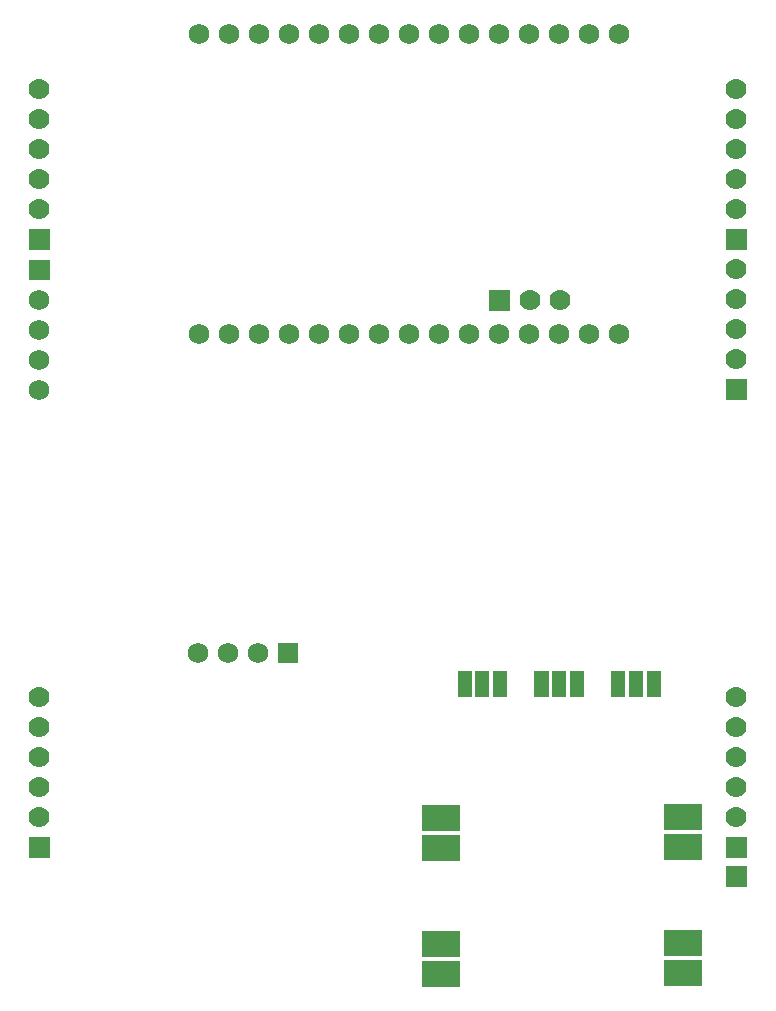
<source format=gbs>
G04 Layer: BottomSolderMaskLayer*
G04 EasyEDA v6.1.48, Wed, 22 May 2019 01:04:44 GMT*
G04 0b5e94fe1834435c81e6262c9c592282,60a67b2131f5436da047494d80ae1115,10*
G04 Gerber Generator version 0.2*
G04 Scale: 100 percent, Rotated: No, Reflected: No *
G04 Dimensions in millimeters *
G04 leading zeros omitted , absolute positions ,3 integer and 3 decimal *
%FSLAX33Y33*%
%MOMM*%
G90*
G71D02*

%ADD34C,1.727200*%
%ADD35C,1.778000*%
%ADD39R,3.203194X2.235200*%

%LPD*%
G36*
G01X73395Y40901D02*
G01X73395Y43104D01*
G01X74599Y43104D01*
G01X74599Y40901D01*
G01X73395Y40901D01*
G37*
G36*
G01X74896Y40901D02*
G01X74896Y43104D01*
G01X76098Y43104D01*
G01X76098Y40901D01*
G01X74896Y40901D01*
G37*
G36*
G01X76395Y40901D02*
G01X76395Y43104D01*
G01X77599Y43104D01*
G01X77599Y40901D01*
G01X76395Y40901D01*
G37*
G36*
G01X79895Y40901D02*
G01X79895Y43104D01*
G01X81099Y43104D01*
G01X81099Y40901D01*
G01X79895Y40901D01*
G37*
G36*
G01X81396Y40901D02*
G01X81396Y43104D01*
G01X82600Y43104D01*
G01X82600Y40901D01*
G01X81396Y40901D01*
G37*
G36*
G01X82895Y40901D02*
G01X82895Y43104D01*
G01X84099Y43104D01*
G01X84099Y40901D01*
G01X82895Y40901D01*
G37*
G36*
G01X86395Y40901D02*
G01X86395Y43104D01*
G01X87599Y43104D01*
G01X87599Y40901D01*
G01X86395Y40901D01*
G37*
G36*
G01X87896Y40901D02*
G01X87896Y43104D01*
G01X89100Y43104D01*
G01X89100Y40901D01*
G01X87896Y40901D01*
G37*
G36*
G01X89397Y40901D02*
G01X89397Y43104D01*
G01X90599Y43104D01*
G01X90599Y40901D01*
G01X89397Y40901D01*
G37*
G54D39*
G01X92499Y17500D03*
G01X92499Y20040D03*
G01X92499Y28168D03*
G01X92499Y30708D03*
G01X72000Y19999D03*
G01X72000Y17459D03*
G01X72000Y28127D03*
G01X72000Y30667D03*
G54D34*
G01X51498Y96997D03*
G01X54040Y97000D03*
G01X56580Y97000D03*
G01X59120Y97000D03*
G01X61660Y97000D03*
G01X64200Y97000D03*
G01X66740Y97000D03*
G01X69280Y97000D03*
G01X71820Y97000D03*
G01X74360Y97000D03*
G01X76900Y97000D03*
G01X79440Y97000D03*
G01X81980Y97000D03*
G01X84520Y97000D03*
G01X87060Y97000D03*
G01X51500Y71600D03*
G01X54040Y71600D03*
G01X56580Y71600D03*
G01X59120Y71600D03*
G01X61660Y71600D03*
G01X64200Y71600D03*
G01X66740Y71600D03*
G01X69280Y71600D03*
G01X71820Y71600D03*
G01X74360Y71600D03*
G01X76900Y71600D03*
G01X79440Y71600D03*
G01X81980Y71600D03*
G01X84520Y71600D03*
G01X87060Y71600D03*
G54D35*
G01X37999Y92350D03*
G01X37999Y89810D03*
G01X37999Y87270D03*
G01X37999Y84730D03*
G01X37999Y82190D03*
G36*
G01X37111Y78760D02*
G01X37111Y80538D01*
G01X38889Y80538D01*
G01X38889Y78760D01*
G01X37111Y78760D01*
G37*
G01X37999Y40850D03*
G01X37999Y38310D03*
G01X37999Y35770D03*
G01X37999Y33230D03*
G01X37999Y30690D03*
G36*
G01X37111Y27262D02*
G01X37111Y29040D01*
G01X38889Y29040D01*
G01X38889Y27262D01*
G01X37111Y27262D01*
G37*
G36*
G01X37137Y76177D02*
G01X37137Y77904D01*
G01X38864Y77904D01*
G01X38864Y76177D01*
G01X37137Y76177D01*
G37*
G54D34*
G01X37999Y74499D03*
G01X37999Y71959D03*
G01X37999Y69419D03*
G01X37999Y66879D03*
G54D35*
G01X82039Y74460D03*
G01X79499Y74460D03*
G36*
G01X76070Y73571D02*
G01X76070Y75349D01*
G01X77848Y75349D01*
G01X77848Y73571D01*
G01X76070Y73571D01*
G37*
G36*
G01X96111Y24770D02*
G01X96111Y26548D01*
G01X97889Y26548D01*
G01X97889Y24770D01*
G01X96111Y24770D01*
G37*
G01X97000Y77160D03*
G01X97000Y74600D03*
G01X97000Y72039D03*
G01X97000Y69499D03*
G36*
G01X96111Y66070D02*
G01X96111Y67848D01*
G01X97889Y67848D01*
G01X97889Y66070D01*
G01X96111Y66070D01*
G37*
G01X97000Y92350D03*
G01X97000Y89810D03*
G01X97000Y87270D03*
G01X97000Y84730D03*
G01X97000Y82190D03*
G36*
G01X96111Y78760D02*
G01X96111Y80538D01*
G01X97889Y80538D01*
G01X97889Y78760D01*
G01X96111Y78760D01*
G37*
G01X97000Y40850D03*
G01X97000Y38310D03*
G01X97000Y35770D03*
G01X97000Y33230D03*
G01X97000Y30690D03*
G36*
G01X96111Y27262D02*
G01X96111Y29040D01*
G01X97889Y29040D01*
G01X97889Y27262D01*
G01X96111Y27262D01*
G37*
G36*
G01X58163Y43736D02*
G01X58163Y45463D01*
G01X59890Y45463D01*
G01X59890Y43736D01*
G01X58163Y43736D01*
G37*
G54D34*
G01X56486Y44599D03*
G01X53946Y44599D03*
G01X51406Y44599D03*
M00*
M02*

</source>
